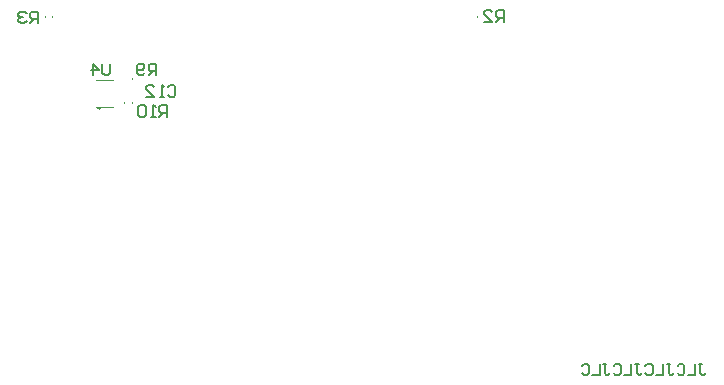
<source format=gbo>
%FSLAX23Y23*%
%MOIN*%
%SFA1B1*%

%IPPOS*%
%ADD10C,0.004720*%
%ADD11C,0.007870*%
%ADD12C,0.003940*%
%LNbenchyeloadpcb-1*%
%LPD*%
G54D10*
X927Y1125D02*
X982D01*
X927Y1216D02*
X982D01*
X927Y1125D02*
X936Y1118D01*
X940Y1125*
G54D11*
X2934Y269D02*
X2946D01*
X2940*
Y240*
X2946Y234*
X2952*
X2958Y240*
X2923Y269D02*
Y234D01*
X2899*
X2864Y263D02*
X2870Y269D01*
X2881*
X2887Y263*
Y240*
X2881Y234*
X2870*
X2864Y240*
X2828Y269D02*
X2840D01*
X2834*
Y240*
X2840Y234*
X2846*
X2852Y240*
X2816Y269D02*
Y234D01*
X2793*
X2757Y263D02*
X2763Y269D01*
X2775*
X2781Y263*
Y240*
X2775Y234*
X2763*
X2757Y240*
X2722Y269D02*
X2734D01*
X2728*
Y240*
X2734Y234*
X2740*
X2746Y240*
X2710Y269D02*
Y234D01*
X2687*
X2651Y263D02*
X2657Y269D01*
X2669*
X2675Y263*
Y240*
X2669Y234*
X2657*
X2651Y240*
X2616Y269D02*
X2627D01*
X2622*
Y240*
X2627Y234*
X2633*
X2639Y240*
X2604Y269D02*
Y234D01*
X2580*
X2545Y263D02*
X2551Y269D01*
X2563*
X2568Y263*
Y240*
X2563Y234*
X2551*
X2545Y240*
X973Y1271D02*
Y1238D01*
X967Y1232*
X954*
X947Y1238*
Y1271*
X914Y1232D02*
Y1271D01*
X934Y1251*
X908*
X1163Y1094D02*
Y1133D01*
X1143*
X1137Y1127*
Y1114*
X1143Y1107*
X1163*
X1150D02*
X1137Y1094D01*
X1124D02*
X1110D01*
X1117*
Y1133*
X1124Y1127*
X1091D02*
X1084Y1133D01*
X1071*
X1064Y1127*
Y1101*
X1071Y1094*
X1084*
X1091Y1101*
Y1127*
X1127Y1232D02*
Y1271D01*
X1107*
X1101Y1265*
Y1251*
X1107Y1245*
X1127*
X1114D02*
X1101Y1232D01*
X1087Y1238D02*
X1081Y1232D01*
X1068*
X1061Y1238*
Y1265*
X1068Y1271*
X1081*
X1087Y1265*
Y1258*
X1081Y1251*
X1061*
X733Y1405D02*
Y1444D01*
X713*
X707Y1438*
Y1425*
X713Y1418*
X733*
X720D02*
X707Y1405D01*
X694Y1438D02*
X687Y1444D01*
X674*
X667Y1438*
Y1431*
X674Y1425*
X681*
X674*
X667Y1418*
Y1412*
X674Y1405*
X687*
X694Y1412*
X2284Y1409D02*
Y1448D01*
X2265*
X2258Y1442*
Y1429*
X2265Y1422*
X2284*
X2271D02*
X2258Y1409D01*
X2219D02*
X2245D01*
X2219Y1435*
Y1442*
X2225Y1448*
X2238*
X2245Y1442*
X1164Y1194D02*
X1171Y1200D01*
X1184*
X1190Y1194*
Y1167*
X1184Y1161*
X1171*
X1164Y1167*
X1151Y1161D02*
X1138D01*
X1145*
Y1200*
X1151Y1194*
X1092Y1161D02*
X1118D01*
X1092Y1187*
Y1194*
X1099Y1200*
X1112*
X1118Y1194*
G54D12*
X2197Y1425D02*
Y1429D01*
X754Y1425D02*
Y1429D01*
X780Y1425D02*
Y1429D01*
X1046Y1139D02*
Y1143D01*
X1020Y1139D02*
Y1143D01*
X1046Y1218D02*
Y1222D01*
M02*
</source>
